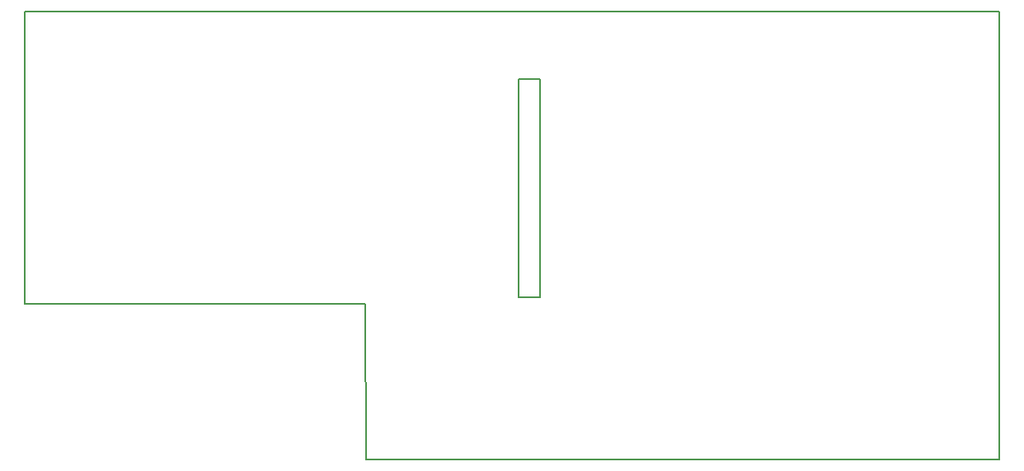
<source format=gko>
G04 DipTrace 2.4.0.2*
%INDaughter-IsolatedUART.GKO*%
%MOMM*%
%ADD11C,0.14*%
%FSLAX53Y53*%
G04*
G71*
G90*
G75*
G01*
%LNBoardOutline*%
%LPD*%
X34925Y16000D2*
D11*
X35000Y0D1*
X100000D1*
Y46000D1*
X0D1*
Y16000D1*
X34925D1*
X50647Y39057D2*
X52869D1*
Y16671D1*
X50647D1*
Y39057D1*
M02*

</source>
